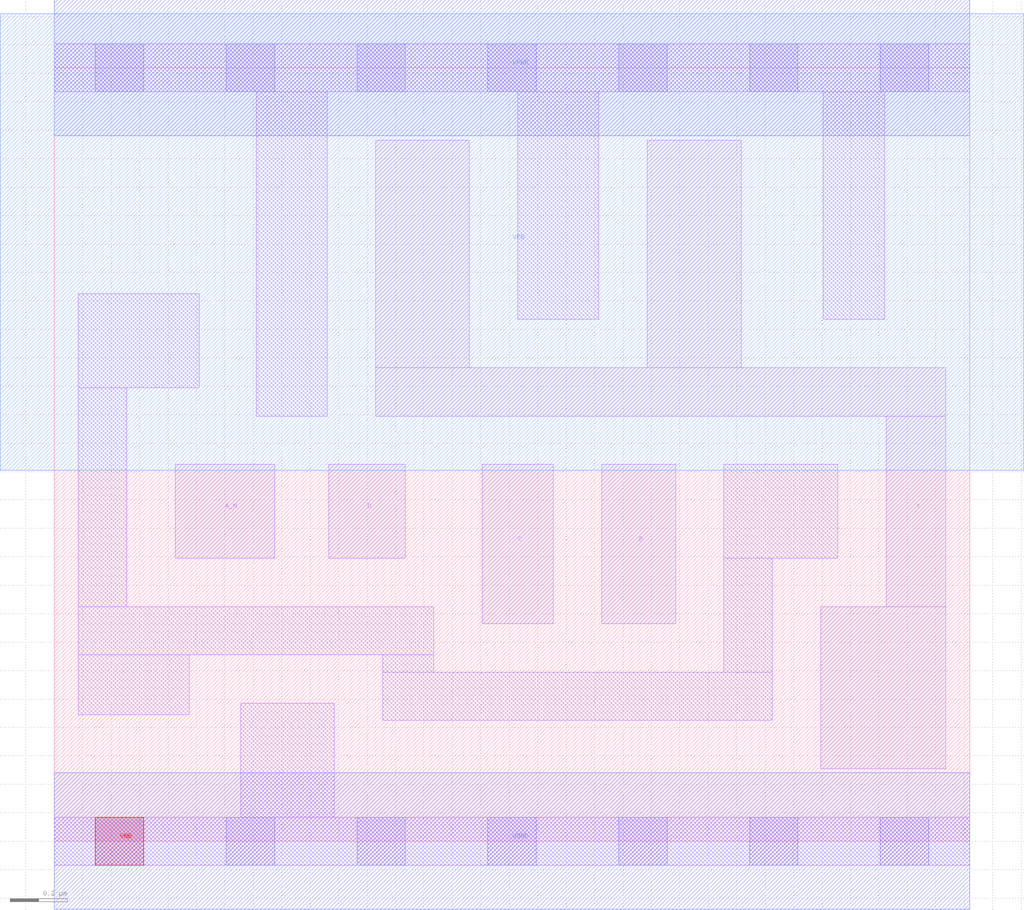
<source format=lef>
# Copyright 2020 The SkyWater PDK Authors
#
# Licensed under the Apache License, Version 2.0 (the "License");
# you may not use this file except in compliance with the License.
# You may obtain a copy of the License at
#
#     https://www.apache.org/licenses/LICENSE-2.0
#
# Unless required by applicable law or agreed to in writing, software
# distributed under the License is distributed on an "AS IS" BASIS,
# WITHOUT WARRANTIES OR CONDITIONS OF ANY KIND, either express or implied.
# See the License for the specific language governing permissions and
# limitations under the License.
#
# SPDX-License-Identifier: Apache-2.0

VERSION 5.7 ;
  NOWIREEXTENSIONATPIN ON ;
  DIVIDERCHAR "/" ;
  BUSBITCHARS "[]" ;
MACRO sky130_fd_sc_hd__nand4b_1
  CLASS CORE ;
  FOREIGN sky130_fd_sc_hd__nand4b_1 ;
  ORIGIN  0.000000  0.000000 ;
  SIZE  3.220000 BY  2.720000 ;
  SYMMETRY X Y R90 ;
  SITE unithd ;
  PIN A_N
    ANTENNAGATEAREA  0.126000 ;
    DIRECTION INPUT ;
    USE SIGNAL ;
    PORT
      LAYER li1 ;
        RECT 0.425000 0.995000 0.775000 1.325000 ;
    END
  END A_N
  PIN B
    ANTENNAGATEAREA  0.247500 ;
    DIRECTION INPUT ;
    USE SIGNAL ;
    PORT
      LAYER li1 ;
        RECT 1.925000 0.765000 2.185000 1.325000 ;
    END
  END B
  PIN C
    ANTENNAGATEAREA  0.247500 ;
    DIRECTION INPUT ;
    USE SIGNAL ;
    PORT
      LAYER li1 ;
        RECT 1.505000 0.765000 1.755000 1.325000 ;
    END
  END C
  PIN D
    ANTENNAGATEAREA  0.247500 ;
    DIRECTION INPUT ;
    USE SIGNAL ;
    PORT
      LAYER li1 ;
        RECT 0.965000 0.995000 1.235000 1.325000 ;
    END
  END D
  PIN Y
    ANTENNADIFFAREA  0.887500 ;
    DIRECTION OUTPUT ;
    USE SIGNAL ;
    PORT
      LAYER li1 ;
        RECT 1.130000 1.495000 3.135000 1.665000 ;
        RECT 1.130000 1.665000 1.460000 2.465000 ;
        RECT 2.085000 1.665000 2.415000 2.465000 ;
        RECT 2.695000 0.255000 3.135000 0.825000 ;
        RECT 2.925000 0.825000 3.135000 1.495000 ;
    END
  END Y
  PIN VGND
    DIRECTION INOUT ;
    SHAPE ABUTMENT ;
    USE GROUND ;
    PORT
      LAYER met1 ;
        RECT 0.000000 -0.240000 3.220000 0.240000 ;
    END
  END VGND
  PIN VNB
    DIRECTION INOUT ;
    USE GROUND ;
    PORT
      LAYER pwell ;
        RECT 0.145000 -0.085000 0.315000 0.085000 ;
    END
  END VNB
  PIN VPB
    DIRECTION INOUT ;
    USE POWER ;
    PORT
      LAYER nwell ;
        RECT -0.190000 1.305000 3.410000 2.910000 ;
    END
  END VPB
  PIN VPWR
    DIRECTION INOUT ;
    SHAPE ABUTMENT ;
    USE POWER ;
    PORT
      LAYER met1 ;
        RECT 0.000000 2.480000 3.220000 2.960000 ;
    END
  END VPWR
  OBS
    LAYER li1 ;
      RECT 0.000000 -0.085000 3.220000 0.085000 ;
      RECT 0.000000  2.635000 3.220000 2.805000 ;
      RECT 0.085000  0.445000 0.475000 0.655000 ;
      RECT 0.085000  0.655000 1.335000 0.825000 ;
      RECT 0.085000  0.825000 0.255000 1.595000 ;
      RECT 0.085000  1.595000 0.510000 1.925000 ;
      RECT 0.655000  0.085000 0.985000 0.485000 ;
      RECT 0.710000  1.495000 0.960000 2.635000 ;
      RECT 1.155000  0.425000 2.525000 0.595000 ;
      RECT 1.155000  0.595000 1.335000 0.655000 ;
      RECT 1.630000  1.835000 1.915000 2.635000 ;
      RECT 2.355000  0.595000 2.525000 0.995000 ;
      RECT 2.355000  0.995000 2.755000 1.325000 ;
      RECT 2.705000  1.835000 2.920000 2.635000 ;
    LAYER mcon ;
      RECT 0.145000 -0.085000 0.315000 0.085000 ;
      RECT 0.145000  2.635000 0.315000 2.805000 ;
      RECT 0.605000 -0.085000 0.775000 0.085000 ;
      RECT 0.605000  2.635000 0.775000 2.805000 ;
      RECT 1.065000 -0.085000 1.235000 0.085000 ;
      RECT 1.065000  2.635000 1.235000 2.805000 ;
      RECT 1.525000 -0.085000 1.695000 0.085000 ;
      RECT 1.525000  2.635000 1.695000 2.805000 ;
      RECT 1.985000 -0.085000 2.155000 0.085000 ;
      RECT 1.985000  2.635000 2.155000 2.805000 ;
      RECT 2.445000 -0.085000 2.615000 0.085000 ;
      RECT 2.445000  2.635000 2.615000 2.805000 ;
      RECT 2.905000 -0.085000 3.075000 0.085000 ;
      RECT 2.905000  2.635000 3.075000 2.805000 ;
  END
END sky130_fd_sc_hd__nand4b_1
END LIBRARY

</source>
